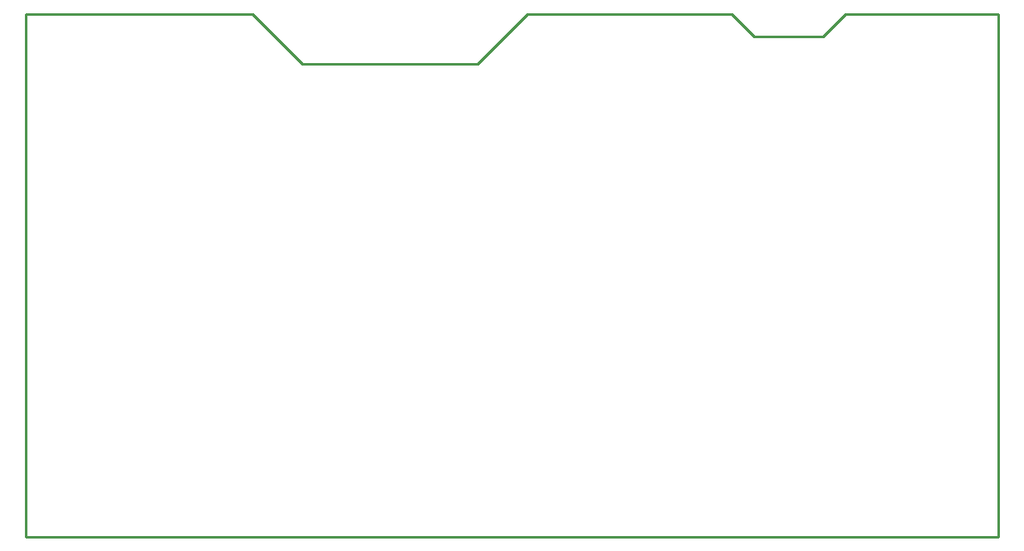
<source format=gko>
G04 Layer: BoardOutline*
G04 EasyEDA v6.1.34, Wed, 08 May 2019 08:14:30 GMT*
G04 27d5e13cb4324ff6b1947c28adf9976f,88f35c52922c4fbc8d6ac25f651a04fd,10*
G04 Gerber Generator version 0.2*
G04 Scale: 100 percent, Rotated: No, Reflected: No *
G04 Dimensions in millimeters *
G04 leading zeros omitted , absolute positions ,3 integer and 3 decimal *
%FSLAX33Y33*%
%MOMM*%
G90*
G71D02*

%ADD10C,0.254000*%
G54D10*
G01X0Y53340D02*
G01X23114Y53340D01*
G01X28194Y48260D01*
G01X46101Y48260D01*
G01X51181Y53340D01*
G01X72009Y53340D01*
G01X74295Y51054D01*
G01X81280Y51054D01*
G01X83566Y53340D01*
G01X99187Y53340D01*
G01X99187Y0D01*
G01X0Y0D01*
G01X0Y53340D01*

%LPD*%
M00*
M02*

</source>
